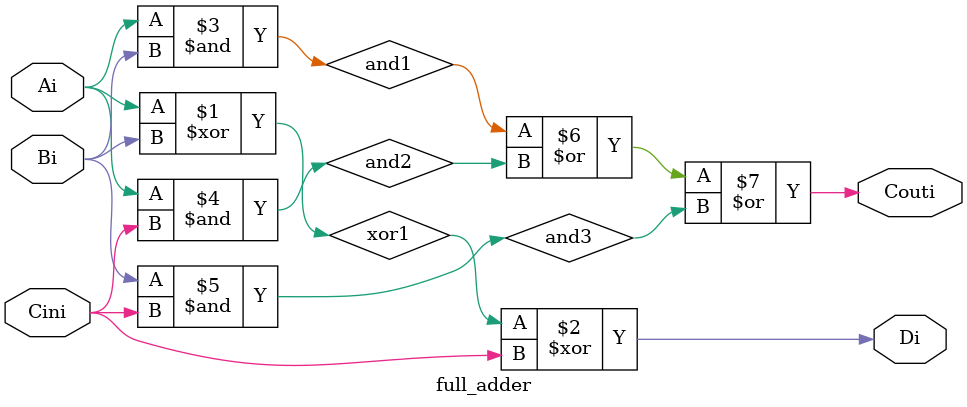
<source format=v>
`timescale 1ns/1ps
module full_adder (
    input  Ai,     // Operand A bit
    input  Bi,     // Operand B bit
    input  Cini,   // Carry-in bit
    output Di,     // Sum bit
    output Couti   // Carry-out bit
);

    // Internal wires for intermediate results
    wire xor1;
    wire and1, and2, and3;

    // Sum calculation
    xor (xor1, Ai, Bi);
    xor (Di,   xor1, Cini);

    // Carry-out calculation
    and (and1, Ai, Bi);
    and (and2, Ai, Cini);
    and (and3, Bi, Cini);
    or  (Couti, and1, and2, and3);

endmodule


</source>
